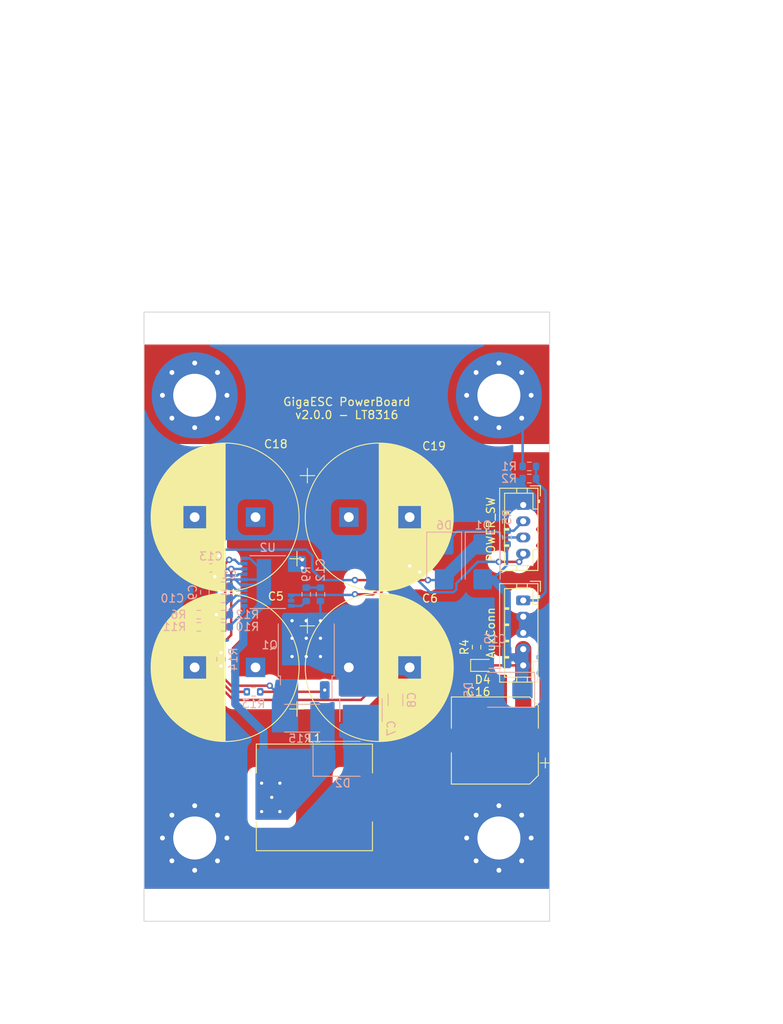
<source format=kicad_pcb>
(kicad_pcb (version 20221018) (generator pcbnew)
  (layers (0 "F.Cu" signal) (31 "B.Cu" signal) (34 "B.Paste" user) (35 "F.Paste" user) (36 "B.SilkS" user "B.Silkscreen") (37 "F.SilkS" user "F.Silkscreen") (38 "B.Mask" user) (39 "F.Mask" user) (44 "Edge.Cuts" user))
  (net 0 "")
  (net 1 "+BATT")
  (net 2 "-BATT")
  (net 3 "+12V")
  (net 4 "Net-(J2-Pin_2)")
  (net 5 "IN_V")
  (net 6 "Net-(J2-Pin_4)")
  (net 7 "Net-(C9-Pad1)")
  (net 8 "Net-(U2-VC)")
  (net 9 "GNDD")
  (net 10 "Net-(C12-Pad2)")
  (net 11 "Net-(U2-SENSE)")
  (net 12 "Net-(D1-K)")
  (net 13 "Net-(Q1-G)")
  (net 14 "Net-(Q1-S)")
  (net 15 "Net-(U2-IREG{slash}SS)")
  (net 16 "Net-(U2-DCM)")
  (net 17 "Net-(U2-FB)")
  (net 18 "Net-(U2-TC)")
  (net 19 "Net-(U2-GATE)")
  (net 20 "Net-(D4-K)")
  (net 21 "Net-(D6-K)")
  (footprint "MountingHole:MountingHole_5.3mm_M5_Pad_Via" (layer "F.Cu") (at 93.75 139.75)
    (fp_text reference "H3" hide)
    (fp_text value "MountingHole_Pad")
    (pad "1" thru_hole circle locked (at -3.975 0) (size 0.9 0.9) (drill 0.6) (layers "*.Cu" "*.Mask") (net 2 "-BATT"))
    (pad "1" thru_hole circle locked (at -2.810749 -2.810749) (size 0.9 0.9) (drill 0.6) (layers "*.Cu" "*.Mask") (net 2 "-BATT"))
    (pad "1" thru_hole circle locked (at -2.810749 2.810749) (size 0.9 0.9) (drill 0.6) (layers "*.Cu" "*.Mask") (net 2 "-BATT"))
    (pad "1" thru_hole circle locked (at 0 -3.975) (size 0.9 0.9) (drill 0.6) (layers "*.Cu" "*.Mask") (net 2 "-BATT"))
    (pad "1" thru_hole circle locked (at 0 0) (size 10.6 10.6) (drill 5.3) (layers "*.Cu" "*.Mask") (net 2 "-BATT"))
    (pad "1" thru_hole circle locked (at 0 3.975) (size 0.9 0.9) (drill 0.6) (layers "*.Cu" "*.Mask") (net 2 "-BATT"))
    (pad "1" thru_hole circle locked (at 2.810749 -2.810749) (size 0.9 0.9) (drill 0.6) (layers "*.Cu" "*.Mask") (net 2 "-BATT"))
    (pad "1" thru_hole circle locked (at 2.810749 2.810749) (size 0.9 0.9) (drill 0.6) (layers "*.Cu" "*.Mask") (net 2 "-BATT"))
    (pad "1" thru_hole circle locked (at 3.975 0) (size 0.9 0.9) (drill 0.6) (layers "*.Cu" "*.Mask") (net 2 "-BATT"))
  )
  (footprint "Capacitor_THT:CP_Radial_D18.0mm_P7.50mm" (layer "F.Cu") (at 63.75 118.75 180)
    (fp_text reference "C5" (at -2.5 8.75) (layer "F.SilkS"))
    (fp_text value "330u 200V")
    (pad "1" thru_hole rect (at 0 0 180) (size 2.4 2.4) (drill 1.2) (layers "*.Cu" "*.Mask") (net 1 "+BATT"))
    (pad "2" thru_hole circle (at 7.5 0 180) (size 2.4 2.4) (drill 1.2) (layers "*.Cu" "*.Mask") (net 2 "-BATT"))
  )
  (footprint "Connector_JST:JST_PH_B5B-PH-K_1x05_P2.00mm_Vertical" (layer "F.Cu") (at 96.75 110.5 -90)
    (fp_text reference "J1" hide)
    (fp_text value "AuxConn" (at 4 4 90) (layer "F.SilkS"))
    (pad "1" thru_hole roundrect (at 0 0 270) (size 1.2 1.75) (drill 0.75) (layers "*.Cu" "*.Mask") (roundrect_rratio 0.208333) (net 5 "IN_V"))
    (pad "2" thru_hole oval (at 2 0 270) (size 1.2 1.75) (drill 0.75) (layers "*.Cu" "*.Mask") (net 2 "-BATT"))
    (pad "3" thru_hole oval (at 4 0 270) (size 1.2 1.75) (drill 0.75) (layers "*.Cu" "*.Mask") (net 2 "-BATT"))
    (pad "4" thru_hole oval (at 6 0 270) (size 1.2 1.75) (drill 0.75) (layers "*.Cu" "*.Mask") (net 3 "+12V"))
    (pad "5" thru_hole oval (at 8 0 270) (size 1.2 1.75) (drill 0.75) (layers "*.Cu" "*.Mask") (net 3 "+12V"))
  )
  (footprint "Capacitor_THT:CP_Radial_D18.0mm_P7.50mm" (layer "F.Cu") (at 75.25 118.75)
    (fp_text reference "C6" (at 10 -8.5) (layer "F.SilkS"))
    (fp_text value "330u 200V")
    (pad "1" thru_hole rect (at 0 0) (size 2.4 2.4) (drill 1.2) (layers "*.Cu" "*.Mask") (net 1 "+BATT"))
    (pad "2" thru_hole circle (at 7.5 0) (size 2.4 2.4) (drill 1.2) (layers "*.Cu" "*.Mask") (net 2 "-BATT"))
  )
  (footprint "Inductor_SMD:L_Chilisin_BMRG00131360" (layer "F.Cu") (at 71 134.75)
    (fp_text reference "L1" (at 0 -7.3) (layer "F.SilkS"))
    (fp_text value "47uH")
    (pad "1" smd rect (at -5.25 0) (size 4 5.5) (layers "F.Cu" "F.Paste" "F.Mask") (net 9 "GNDD"))
    (pad "2" smd rect (at 5.25 0) (size 4 5.5) (layers "F.Cu" "F.Paste" "F.Mask") (net 3 "+12V"))
  )
  (footprint "MountingHole:MountingHole_5.3mm_M5_Pad_Via" (layer "F.Cu") (at 56.25 85.25)
    (fp_text reference "H2" hide)
    (fp_text value "MountingHole_Pad")
    (pad "1" thru_hole circle locked (at -3.975 0) (size 0.9 0.9) (drill 0.6) (layers "*.Cu" "*.Mask") (net 1 "+BATT"))
    (pad "1" thru_hole circle locked (at -2.810749 -2.810749) (size 0.9 0.9) (drill 0.6) (layers "*.Cu" "*.Mask") (net 1 "+BATT"))
    (pad "1" thru_hole circle locked (at -2.810749 2.810749) (size 0.9 0.9) (drill 0.6) (layers "*.Cu" "*.Mask") (net 1 "+BATT"))
    (pad "1" thru_hole circle locked (at 0 -3.975) (size 0.9 0.9) (drill 0.6) (layers "*.Cu" "*.Mask") (net 1 "+BATT"))
    (pad "1" thru_hole circle locked (at 0 0) (size 10.6 10.6) (drill 5.3) (layers "*.Cu" "*.Mask") (net 1 "+BATT"))
    (pad "1" thru_hole circle locked (at 0 3.975) (size 0.9 0.9) (drill 0.6) (layers "*.Cu" "*.Mask") (net 1 "+BATT"))
    (pad "1" thru_hole circle locked (at 2.810749 -2.810749) (size 0.9 0.9) (drill 0.6) (layers "*.Cu" "*.Mask") (net 1 "+BATT"))
    (pad "1" thru_hole circle locked (at 2.810749 2.810749) (size 0.9 0.9) (drill 0.6) (layers "*.Cu" "*.Mask") (net 1 "+BATT"))
    (pad "1" thru_hole circle locked (at 3.975 0) (size 0.9 0.9) (drill 0.6) (layers "*.Cu" "*.Mask") (net 1 "+BATT"))
  )
  (footprint "Resistor_SMD:R_0603_1608Metric" (layer "F.Cu") (at 91 116.25 -90)
    (fp_text reference "R4" (at 0 1.5 90) (layer "F.SilkS"))
    (fp_text value "82k")
    (pad "1" smd roundrect (at -0.825 0 270) (size 0.8 0.95) (layers "F.Cu" "F.Paste" "F.Mask") (net 2 "-BATT"))
    (pad "2" smd roundrect (at 0.825 0 270) (size 0.8 0.95) (layers "F.Cu" "F.Paste" "F.Mask") (net 20 "Net-(D4-K)"))
  )
  (footprint "Connector_JST:JST_PH_B4B-PH-K_1x04_P2.00mm_Vertical" (layer "F.Cu") (at 96.75 98.75 -90)
    (fp_text reference "J2" hide)
    (fp_text value "POWER_SW" (at 3 4 90) (layer "F.SilkS"))
    (pad "1" thru_hole roundrect (at 0 0 270) (size 1.2 1.75) (drill 0.75) (layers "*.Cu" "*.Mask") (roundrect_rratio 0.208333) (net 2 "-BATT"))
    (pad "2" thru_hole oval (at 2 0 270) (size 1.2 1.75) (drill 0.75) (layers "*.Cu" "*.Mask") (net 4 "Net-(J2-Pin_2)"))
    (pad "3" thru_hole oval (at 4 0 270) (size 1.2 1.75) (drill 0.75) (layers "*.Cu" "*.Mask") (net 21 "Net-(D6-K)"))
    (pad "4" thru_hole oval (at 6 0 270) (size 1.2 1.75) (drill 0.75) (layers "*.Cu" "*.Mask") (net 6 "Net-(J2-Pin_4)"))
  )
  (footprint "MountingHole:MountingHole_5.3mm_M5_Pad_Via" (layer "F.Cu") (at 93.75 85.25)
    (fp_text reference "H4" hide)
    (fp_text value "MountingHole_Pad")
    (pad "1" thru_hole circle locked (at -3.975 0) (size 0.9 0.9) (drill 0.6) (layers "*.Cu" "*.Mask") (net 1 "+BATT"))
    (pad "1" thru_hole circle locked (at -2.810749 -2.810749) (size 0.9 0.9) (drill 0.6) (layers "*.Cu" "*.Mask") (net 1 "+BATT"))
    (pad "1" thru_hole circle locked (at -2.810749 2.810749) (size 0.9 0.9) (drill 0.6) (layers "*.Cu" "*.Mask") (net 1 "+BATT"))
    (pad "1" thru_hole circle locked (at 0 -3.975) (size 0.9 0.9) (drill 0.6) (layers "*.Cu" "*.Mask") (net 1 "+BATT"))
    (pad "1" thru_hole circle locked (at 0 0) (size 10.6 10.6) (drill 5.3) (layers "*.Cu" "*.Mask") (net 1 "+BATT"))
    (pad "1" thru_hole circle locked (at 0 3.975) (size 0.9 0.9) (drill 0.6) (layers "*.Cu" "*.Mask") (net 1 "+BATT"))
    (pad "1" thru_hole circle locked (at 2.810749 -2.810749) (size 0.9 0.9) (drill 0.6) (layers "*.Cu" "*.Mask") (net 1 "+BATT"))
    (pad "1" thru_hole circle locked (at 2.810749 2.810749) (size 0.9 0.9) (drill 0.6) (layers "*.Cu" "*.Mask") (net 1 "+BATT"))
    (pad "1" thru_hole circle locked (at 3.975 0) (size 0.9 0.9) (drill 0.6) (layers "*.Cu" "*.Mask") (net 1 "+BATT"))
  )
  (footprint "Diode_SMD:D_0603_1608Metric" (layer "F.Cu") (at 91.75 118.5)
    (fp_text reference "D4" (at 0 1.75) (layer "F.SilkS"))
    (fp_text value "RUN")
    (pad "1" smd roundrect (at -0.7875 0) (size 0.875 0.95) (layers "F.Cu" "F.Paste" "F.Mask") (net 20 "Net-(D4-K)"))
    (pad "2" smd roundrect (at 0.7875 0) (size 0.875 0.95) (layers "F.Cu" "F.Paste" "F.Mask") (net 3 "+12V"))
  )
  (footprint "Capacitor_SMD:CP_Elec_10x10.5" (layer "F.Cu") (at 93.25 127.75 180)
    (fp_text reference "C16" (at 2 6) (layer "F.SilkS"))
    (fp_text value "470u 25V")
    (pad "1" smd roundrect (at -4.2 0 180) (size 4.4 2.5) (layers "F.Cu" "F.Paste" "F.Mask") (roundrect_rratio 0.1) (net 3 "+12V"))
    (pad "2" smd roundrect (at 4.2 0 180) (size 4.4 2.5) (layers "F.Cu" "F.Paste" "F.Mask") (roundrect_rratio 0.1) (net 2 "-BATT"))
  )
  (footprint "Capacitor_THT:CP_Radial_D18.0mm_P7.50mm" (layer "F.Cu") (at 75.25 100.25)
    (fp_text reference "C19" (at 10.5 -8.75) (layer "F.SilkS"))
    (fp_text value "330u 200V")
    (pad "1" thru_hole rect (at 0 0) (size 2.4 2.4) (drill 1.2) (layers "*.Cu" "*.Mask") (net 1 "+BATT"))
    (pad "2" thru_hole circle (at 7.5 0) (size 2.4 2.4) (drill 1.2) (layers "*.Cu" "*.Mask") (net 2 "-BATT"))
  )
  (footprint "Capacitor_THT:CP_Radial_D18.0mm_P7.50mm" (layer "F.Cu") (at 63.75 100.25 180)
    (fp_text reference "C18" (at -2.5 9) (layer "F.SilkS"))
    (fp_text value "330u 200V")
    (pad "1" thru_hole rect (at 0 0 180) (size 2.4 2.4) (drill 1.2) (layers "*.Cu" "*.Mask") (net 1 "+BATT"))
    (pad "2" thru_hole circle (at 7.5 0 180) (size 2.4 2.4) (drill 1.2) (layers "*.Cu" "*.Mask") (net 2 "-BATT"))
  )
  (footprint "MountingHole:MountingHole_5.3mm_M5_Pad_Via" (layer "F.Cu") (at 56.25 139.75)
    (fp_text reference "H1" hide)
    (fp_text value "MountingHole_Pad")
    (pad "1" thru_hole circle locked (at -3.975 0) (size 0.9 0.9) (drill 0.6) (layers "*.Cu" "*.Mask") (net 2 "-BATT"))
    (pad "1" thru_hole circle locked (at -2.810749 -2.810749) (size 0.9 0.9) (drill 0.6) (layers "*.Cu" "*.Mask") (net 2 "-BATT"))
    (pad "1" thru_hole circle locked (at -2.810749 2.810749) (size 0.9 0.9) (drill 0.6) (layers "*.Cu" "*.Mask") (net 2 "-BATT"))
    (pad "1" thru_hole circle locked (at 0 -3.975) (size 0.9 0.9) (drill 0.6) (layers "*.Cu" "*.Mask") (net 2 "-BATT"))
    (pad "1" thru_hole circle locked (at 0 0) (size 10.6 10.6) (drill 5.3) (layers "*.Cu" "*.Mask") (net 2 "-BATT"))
    (pad "1" thru_hole circle locked (at 0 3.975) (size 0.9 0.9) (drill 0.6) (layers "*.Cu" "*.Mask") (net 2 "-BATT"))
    (pad "1" thru_hole circle locked (at 2.810749 -2.810749) (size 0.9 0.9) (drill 0.6) (layers "*.Cu" "*.Mask") (net 2 "-BATT"))
    (pad "1" thru_hole circle locked (at 2.810749 2.810749) (size 0.9 0.9) (drill 0.6) (layers "*.Cu" "*.Mask") (net 2 "-BATT"))
    (pad "1" thru_hole circle locked (at 3.975 0) (size 0.9 0.9) (drill 0.6) (layers "*.Cu" "*.Mask") (net 2 "-BATT"))
  )
  (footprint "Capacitor_SMD:C_0603_1608Metric" (layer "B.Cu") (at 58.25 106.5 180)
    (fp_text reference "C13" (at 0 1.43) (layer "B.SilkS") (effects (justify mirror)))
    (fp_text value "1n")
    (pad "1" smd roundrect (at -0.775 0 180) (size 0.9 0.95) (layers "B.Cu" "B.Paste" "B.Mask") (net 11 "Net-(U2-SENSE)"))
    (pad "2" smd roundrect (at 0.775 0 180) (size 0.9 0.95) (layers "B.Cu" "B.Paste" "B.Mask") (net 9 "GNDD"))
  )
  (footprint "GigaVescLibs:C_0603_1608Metric_L" (layer "B.Cu") (at 59.75 110.25 180)
    (fp_text reference "C10" (at 6.25 0) (layer "B.SilkS") (effects (justify mirror)))
    (fp_text value "47p")
    (pad "1" smd roundrect (at -0.825 0 180) (size 0.8 0.95) (layers "B.Cu" "B.Paste" "B.Mask") (net 8 "Net-(U2-VC)"))
    (pad "2" smd roundrect (at 0.825 0 180) (size 0.8 0.95) (layers "B.Cu" "B.Paste" "B.Mask") (net 9 "GNDD"))
  )
  (footprint "Resistor_SMD:R_0603_1608Metric" (layer "B.Cu") (at 70 109.75 -90)
    (fp_text reference "R9" (at -2.5 0 90) (layer "B.SilkS") (effects (justify mirror)))
    (fp_text value "10k")
    (pad "1" smd roundrect (at -0.825 0 270) (size 0.8 0.95) (layers "B.Cu" "B.Paste" "B.Mask") (net 10 "Net-(C12-Pad2)"))
    (pad "2" smd roundrect (at 0.825 0 270) (size 0.8 0.95) (layers "B.Cu" "B.Paste" "B.Mask") (net 16 "Net-(U2-DCM)"))
  )
  (footprint "Resistor_SMD:R_0603_1608Metric" (layer "B.Cu") (at 59.5 117.75 -90)
    (fp_text reference "R14" (at 0 -1.5 90) (layer "B.SilkS") (effects (justify mirror)))
    (fp_text value "100")
    (pad "1" smd roundrect (at -0.825 0 270) (size 0.8 0.95) (layers "B.Cu" "B.Paste" "B.Mask") (net 11 "Net-(U2-SENSE)"))
    (pad "2" smd roundrect (at 0.825 0 270) (size 0.8 0.95) (layers "B.Cu" "B.Paste" "B.Mask") (net 14 "Net-(Q1-S)"))
  )
  (footprint "Capacitor_SMD:C_1206_3216Metric" (layer "B.Cu") (at 81 122.75 -90)
    (fp_text reference "C8" (at 0 -2 90) (layer "B.SilkS") (effects (justify mirror)))
    (fp_text value "100n 200V")
    (pad "1" smd roundrect (at -1.475 0 270) (size 1.15 1.8) (layers "B.Cu" "B.Paste" "B.Mask") (roundrect_rratio 0.2173913043) (net 1 "+BATT"))
    (pad "2" smd roundrect (at 1.475 0 270) (size 1.15 1.8) (layers "B.Cu" "B.Paste" "B.Mask") (roundrect_rratio 0.2173913043) (net 2 "-BATT"))
  )
  (footprint "Resistor_SMD:R_2512_6332Metric" (layer "B.Cu") (at 69.5 125 180)
    (fp_text reference "R15" (at 0.25 -2.5) (layer "B.SilkS") (effects (justify mirror)))
    (fp_text value "0.05")
    (pad "1" smd roundrect (at -2.9625 0 180) (size 1.225 3.35) (layers "B.Cu" "B.Paste" "B.Mask") (roundrect_rratio 0.2040816327) (net 9 "GNDD"))
    (pad "2" smd roundrect (at 2.9625 0 180) (size 1.225 3.35) (layers "B.Cu" "B.Paste" "B.Mask") (roundrect_rratio 0.2040816327) (net 14 "Net-(Q1-S)"))
  )
  (footprint "Resistor_SMD:R_0603_1608Metric" (layer "B.Cu") (at 59.75 113.75)
    (fp_text reference "R10" (at 3 0 180) (layer "B.SilkS") (effects (justify mirror)))
    (fp_text value "120k")
    (pad "1" smd roundrect (at -0.825 0) (size 0.8 0.95) (layers "B.Cu" "B.Paste" "B.Mask") (net 17 "Net-(U2-FB)"))
    (pad "2" smd roundrect (at 0.825 0) (size 0.8 0.95) (layers "B.Cu" "B.Paste" "B.Mask") (net 18 "Net-(U2-TC)"))
  )
  (footprint "Resistor_SMD:R_0603_1608Metric" (layer "B.Cu") (at 56.75 112.25 180)
    (fp_text reference "R6" (at 2.5 0) (layer "B.SilkS") (effects (justify mirror)))
    (fp_text value "10k")
    (pad "1" smd roundrect (at -0.825 0 180) (size 0.8 0.95) (layers "B.Cu" "B.Paste" "B.Mask") (net 8 "Net-(U2-VC)"))
    (pad "2" smd roundrect (at 0.825 0 180) (size 0.8 0.95) (layers "B.Cu" "B.Paste" "B.Mask") (net 7 "Net-(C9-Pad1)"))
  )
  (footprint "GigaVescLibs:C_0603_1608Metric_L" (layer "B.Cu") (at 57.5 109.5 90)
    (fp_text reference "C9" (at 0 -1.5 270) (layer "B.SilkS") (effects (justify mirror)))
    (fp_text value "100n")
    (pad "1" smd roundrect (at -0.825 0 90) (size 0.8 0.95) (layers "B.Cu" "B.Paste" "B.Mask") (net 7 "Net-(C9-Pad1)"))
    (pad "2" smd roundrect (at 0.825 0 90) (size 0.8 0.95) (layers "B.Cu" "B.Paste" "B.Mask") (net 9 "GNDD"))
  )
  (footprint "Diode_SMD:D_SMB" (layer "B.Cu") (at 87 105.75 -90)
    (fp_text reference "D6" (at -4.5 0 -180) (layer "B.SilkS") (effects (justify mirror)))
    (fp_text value "SS520BF")
    (pad "1" smd roundrect (at -2.15 0 270) (size 2.5 2.3) (layers "B.Cu" "B.Paste" "B.Mask") (roundrect_rratio 0.1086956522) (net 21 "Net-(D6-K)"))
    (pad "2" smd roundrect (at 2.15 0 270) (size 2.5 2.3) (layers "B.Cu" "B.Paste" "B.Mask") (roundrect_rratio 0.1086956522) (net 12 "Net-(D1-K)"))
  )
  (footprint "Resistor_SMD:R_0603_1608Metric" (layer "B.Cu") (at 63.5 121.75)
    (fp_text reference "R13" (at 0 1.5) (layer "B.SilkS") (effects (justify mirror)))
    (fp_text value "20")
    (pad "1" smd roundrect (at -0.825 0) (size 0.8 0.95) (layers "B.Cu" "B.Paste" "B.Mask") (net 19 "Net-(U2-GATE)"))
    (pad "2" smd roundrect (at 0.825 0) (size 0.8 0.95) (layers "B.Cu" "B.Paste" "B.Mask") (net 13 "Net-(Q1-G)"))
  )
  (footprint "Resistor_SMD:R_0603_1608Metric" (layer "B.Cu") (at 97.5 94)
    (fp_text reference "R1" (at -2.5 0 180) (layer "B.SilkS") (effects (justify mirror)))
    (fp_text value "150k")
    (pad "1" smd roundrect (at -0.825 0) (size 0.8 0.95) (layers "B.Cu" "B.Paste" "B.Mask") (net 1 "+BATT"))
    (pad "2" smd roundrect (at 0.825 0) (size 0.8 0.95) (layers "B.Cu" "B.Paste" "B.Mask") (net 5 "IN_V"))
  )
  (footprint "Resistor_SMD:R_0603_1608Metric" (layer "B.Cu") (at 97.5 95.5 180)
    (fp_text reference "R2" (at 2.5 0) (layer "B.SilkS") (effects (justify mirror)))
    (fp_text value "2.7k")
    (pad "1" smd roundrect (at -0.825 0 180) (size 0.8 0.95) (layers "B.Cu" "B.Paste" "B.Mask") (net 5 "IN_V"))
    (pad "2" smd roundrect (at 0.825 0 180) (size 0.8 0.95) (layers "B.Cu" "B.Paste" "B.Mask") (net 2 "-BATT"))
  )
  (footprint "Resistor_SMD:R_0603_1608Metric" (layer "B.Cu") (at 59.75 112.25)
    (fp_text reference "R12" (at 3 0 180) (layer "B.SilkS") (effects (justify mirror)))
    (fp_text value "56k")
    (pad "1" smd roundrect (at -0.825 0) (size 0.8 0.95) (layers "B.Cu" "B.Paste" "B.Mask") (net 12 "Net-(D1-K)"))
    (pad "2" smd roundrect (at 0.825 0) (size 0.8 0.95) (layers "B.Cu" "B.Paste" "B.Mask") (net 17 "Net-(U2-FB)"))
  )
  (footprint "GigaVescLibs:IC_LT8316EFE#PBF" (layer "B.Cu") (at 65.25 108.25 180)
    (fp_text reference "U2" (at 0 4.25) (layer "B.SilkS") (effects (justify mirror)))
    (fp_text value "LT8316EFE#PBF")
    (pad "1" smd rect (at -2.9 2.925 180) (size 0.8 0.45) (layers "B.Cu" "B.Paste" "B.Mask") (net 1 "+BATT"))
    (pad "2" smd rect (at -2.9 2.275 180) (size 0.8 0.45) (layers "B.Cu" "B.Paste" "B.Mask") (net 1 "+BATT"))
    (pad "3" smd rect (at -2.9 1.625 180) (size 0.8 0.45) (layers "B.Cu" "B.Paste" "B.Mask") (net 1 "+BATT"))
    (pad "8" smd rect (at -2.9 -1.625 180) (size 0.8 0.45) (layers "B.Cu" "B.Paste" "B.Mask") (net 21 "Net-(D6-K)"))
    (pad "9" smd rect (at -2.9 -2.275 180) (size 0.8 0.45) (layers "B.Cu" "B.Paste" "B.Mask") (net 21 "Net-(D6-K)"))
    (pad "10" smd rect (at -2.9 -2.925 180) (size 0.8 0.45) (layers "B.Cu" "B.Paste" "B.Mask") (net 16 "Net-(U2-DCM)"))
    (pad "11" smd rect (at 2.9 -2.925 180) (size 0.8 0.45) (layers "B.Cu" "B.Paste" "B.Mask") (net 18 "Net-(U2-TC)"))
    (pad "12" smd rect (at 2.9 -2.275 180) (size 0.8 0.45) (layers "B.Cu" "B.Paste" "B.Mask") (net 17 "Net-(U2-FB)"))
    (pad "13" smd rect (at 2.9 -1.625 180) (size 0.8 0.45) (layers "B.Cu" "B.Paste" "B.Mask") (net 8 "Net-(U2-VC)"))
    (pad "14" smd rect (at 2.9 -0.975 180) (size 0.8 0.45) (layers "B.Cu" "B.Paste" "B.Mask") (net 15 "Net-(U2-IREG{slash}SS)"))
    (pad "15" smd rect (at 2.9 -0.325 180) (size 0.8 0.45) (layers "B.Cu" "B.Paste" "B.Mask") (net 9 "GNDD"))
    (pad "16" smd rect (at 2.9 0.325 180) (size 0.8 0.45) (layers "B.Cu" "B.Paste" "B.Mask") (net 9 "GNDD"))
    (pad "17" smd rect (at 2.9 0.975 180) (size 0.8 0.45) (layers "B.Cu" "B.Paste" "B.Mask") (net 6 "Net-(J2-Pin_4)"))
    (pad "18" smd rect (at 2.9 1.625 180) (size 0.8 0.45) (layers "B.Cu" "B.Paste" "B.Mask") (net 11 "Net-(U2-SENSE)"))
    (pad "19" smd rect (at 2.9 2.275 180) (size 0.8 0.45) (layers "B.Cu" "B.Paste" "B.Mask") (net 19 "Net-(U2-GATE)"))
    (pad "20" smd rect (at 2.9 2.925 180) (size 0.8 0.45) (layers "B.Cu" "B.Paste" "B.Mask") (net 9 "GNDD"))
    (pad "21" smd rect (at 0.47 0 180) (size 1.78 5.68) (layers "B.Cu" "B.Mask") (net 9 "GNDD"))
  )
  (footprint "Capacitor_SMD:C_1210_3225Metric" (layer "B.Cu") (at 93.25 117.5 180)
    (fp_text reference "C15" (at 0 2.25) (layer "B.SilkS") (effects (justify mirror)))
    (fp_text value "47u 16V")
    (pad "1" smd roundrect (at -1.475 0 180) (size 1.15 2.7) (layers "B.Cu" "B.Paste" "B.Mask") (roundrect_rratio 0.2173913043) (net 3 "+12V"))
    (pad "2" smd roundrect (at 1.475 0 180) (size 1.15 2.7) (layers "B.Cu" "B.Paste" "B.Mask") (roundrect_rratio 0.2173913043) (net 2 "-BATT"))
  )
  (footprint "Resistor_SMD:R_0603_1608Metric" (layer "B.Cu") (at 94.75 102.75 -90)
    (fp_text reference "R5" (at -2.5 0 90) (layer "B.SilkS") (effects (justify mirror)))
    (fp_text value "10k")
    (pad "1" smd roundrect (at -0.825 0 270) (size 0.8 0.95) (layers "B.Cu" "B.Paste" "B.Mask") (net 4 "Net-(J2-Pin_2)"))
    (pad "2" smd roundrect (at 0.825 0 270) (size 0.8 0.95) (layers "B.Cu" "B.Paste" "B.Mask") (net 3 "+12V"))
  )
  (footprint "Diode_SMD:D_SMB" (layer "B.Cu") (at 91.75 105.75 -90)
    (fp_text reference "D1" (at -4.5 0 -180) (layer "B.SilkS") (effects (justify mirror)))
    (fp_text value "SS520BF")
    (pad "1" smd roundrect (at -2.15 0 270) (size 2.5 2.3) (layers "B.Cu" "B.Paste" "B.Mask") (roundrect_rratio 0.1086956522) (net 12 "Net-(D1-K)"))
    (pad "2" smd roundrect (at 2.15 0 270) (size 2.5 2.3) (layers "B.Cu" "B.Paste" "B.Mask") (roundrect_rratio 0.1086956522) (net 3 "+12V"))
  )
  (footprint "Resistor_SMD:R_0603_1608Metric" (layer "B.Cu") (at 56.75 113.75 180)
    (fp_text reference "R11" (at 3 0) (layer "B.SilkS") (effects (justify mirror)))
    (fp_text value "6.2k")
    (pad "1" smd roundrect (at -0.825 0 180) (size 0.8 0.95) (layers "B.Cu" "B.Paste" "B.Mask") (net 17 "Net-(U2-FB)"))
    (pad "2" smd roundrect (at 0.825 0 180) (size 0.8 0.95) (layers "B.Cu" "B.Paste" "B.Mask") (net 9 "GNDD"))
  )
  (footprint "Diode_SMD:D_SMB" (layer "B.Cu") (at 94.5 121.5 180)
    (fp_text reference "D5" (at 4.5 0 90) (layer "B.SilkS") (effects (justify mirror)))
    (fp_text value "3SMB5928B")
    (pad "1" smd roundrect (at -2.15 0 180) (size 2.5 2.3) (layers "B.Cu" "B.Paste" "B.Mask") (roundrect_rratio 0.1086956522) (net 3 "+12V"))
    (pad "2" smd roundrect (at 2.15 0 180) (size 2.5 2.3) (layers "B.Cu" "B.Paste" "B.Mask") (roundrect_rratio 0.1086956522) (net 2 "-BATT"))
  )
  (footprint "GigaVescLibs:C_0603_1608Metric_L" (layer "B.Cu") (at 71.75 109.75 90)
    (fp_text reference "C12" (at 3 0 90) (layer "B.SilkS") (effects (justify mirror)))
    (fp_text value "47p")
    (pad "1" smd roundrect (at -0.825 0 90) (size 0.8 0.95) (layers "B.Cu" "B.Paste" "B.Mask") (net 1 "+BATT"))
    (pad "2" smd roundrect (at 0.825 0 90) (size 0.8 0.95) (layers "B.Cu" "B.Paste" "B.Mask") (net 10 "Net-(C12-Pad2)"))
  )
  (footprint "Capacitor_SMD:C_2220_5650Metric" (layer "B.Cu") (at 76.75 124 -90)
    (fp_text reference "C7" (at 2.25 -3.75 90) (layer "B.SilkS") (effects (justify mirror)))
    (fp_text value "1u 200V")
    (pad "1" smd roundrect (at -2.55 0 270) (size 1.8 5.4) (layers "B.Cu" "B.Paste" "B.Mask") (roundrect_rratio 0.1388888889) (net 1 "+BATT"))
    (pad "2" smd roundrect (at 2.55 0 270) (size 1.8 5.4) (layers "B.Cu" "B.Paste" "B.Mask") (roundrect_rratio 0.1388888889) (net 2 "-BATT"))
  )
  (footprint "Diode_SMD:D_SMB" (layer "B.Cu") (at 74.5 130)
    (fp_text reference "D2" (at 0 3) (layer "B.SilkS") (effects (justify mirror)))
    (fp_text value "SS520BF")
    (pad "1" smd roundrect (at -2.15 0) (size 2.5 2.3) (layers "B.Cu" "B.Paste" "B.Mask") (roundrect_rratio 0.1086956522) (net 9 "GNDD"))
    (pad "2" smd roundrect (at 2.15 0) (size 2.5 2.3) (layers "B.Cu" "B.Paste" "B.Mask") (roundrect_rratio 0.1086956522) (net 2 "-BATT"))
  )
  (footprint "GigaVescLibs:C_0603_1608Metric_L" (layer "B.Cu") (at 59.75 108.75 180)
    (fp_text reference "C1" (at -0.75 1.43) (layer "B.SilkS") (effects (justify mirror)))
    (fp_text value "100n")
    (pad "1" smd roundrect (at -0.825 0 180) (size 0.8 0.95) (layers "B.Cu" "B.Paste" "B.Mask") (net 15 "Net-(U2-IREG{slash}SS)"))
    (pad "2" smd roundrect (at 0.825 0 180) (size 0.8 0.95) (layers "B.Cu" "B.Paste" "B.Mask") (net 9 "GNDD"))
  )
  (footprint "Package_TO_SOT_SMD:TO-252-2" (layer "B.Cu") (at 70 116.5 90)
    (fp_text reference "Q1" (at 0.5 -4.5 180) (layer "B.SilkS") (effects (justify mirror)))
    (fp_text value "STD11N65M2")
    (pad "1" smd roundrect (at -5.04 2.28 90) (size 2.2 1.2) (layers "B.Cu" "B.Paste" "B.Mask") (roundrect_rratio 0.2083333333) (net 13 "Net-(Q1-G)"))
    (pad "2" smd roundrect (at -0.415 -1.525 90) (size 3.05 2.75) (layers "B.Cu" "B.Paste") (roundrect_rratio 0.09090909091) (net 1 "+BATT"))
    (pad "2" smd roundrect (at -0.415 1.525 90) (size 3.05 2.75) (layers "B.Cu" "B.Paste") (roundrect_rratio 0.09090909091) (net 1 "+BATT"))
    (pad "2" smd roundrect (at 1.26 0 90) (size 6.4 5.8) (layers "B.Cu" "B.Mask") (roundrect_rratio 0.04310293103) (net 1 "+BATT"))
    (pad "2" smd roundrect (at 2.935 -1.525 90) (size 3.05 2.75) (layers "B.Cu" "B.Paste") (roundrect_rratio 0.09090909091) (net 1 "+BATT"))
    (pad "2" smd roundrect (at 2.935 1.525 90) (size 3.05 2.75) (layers "B.Cu" "B.Paste") (roundrect_rratio 0.09090909091) (net 1 "+BATT"))
    (pad "3" smd roundrect (at -5.04 -2.28 90) (size 2.2 1.2) (layers "B.Cu" "B.Paste" "B.Mask") (roundrect_rratio 0.2083333333) (net 14 "Net-(Q1-S)"))
  )
  (gr_rect (start 50 75) (end 100 150) (stroke (width 0.1)) (fill none) (layer "Edge.Cuts"))
  (gr_text "GigaESC PowerBoard\nv2.0.0 - LT8316" (at 75 88.25) (layer "F.SilkS") (effects (font (size 1 1)) (justify bottom)))
  (segment (start 91 88.5) (end 92.325 89.825) (width 0.3) (layer "F.Cu") (net 1))
  (via (at 68.25 117.41) (size 0.8) (drill 0.4) (layers "F.Cu" "B.Cu") (net 1))
  (via (at 71.75 115.16) (size 0.8) (drill 0.4) (layers "F.Cu" "B.Cu") (net 1))
  (via (at 70 113) (size 0.8) (drill 0.4) (layers "F.Cu" "B.Cu") (net 1))
  (via (at 70 117.41) (size 0.8) (drill 0.4) (layers "F.Cu" "B.Cu") (net 1))
  (via (at 68.25 113) (size 0.8) (drill 0.4) (layers "F.Cu" "B.Cu") (net 1))
  (via (at 70 115.16) (size 0.8) (drill 0.4) (layers "F.Cu" "B.Cu") (net 1))
  (via (at 69.5 106.5) (size 0.8) (drill 0.4) (layers "F.Cu" "B.Cu") (net 1))
  (via (at 71.75 117.41) (size 0.8) (drill 0.4) (layers "F.Cu" "B.Cu") (net 1))
  (via (at 71.75 113) (size 0.8) (drill 0.4) (layers "F.Cu" "B.Cu") (net 1))
  (via (at 69.5 105.5) (size 0.8) (drill 0.4) (layers "F.Cu" "B.Cu") (net 1))
  (via (at 68.25 115.16) (size 0.8) (drill 0.4) (layers "F.Cu" "B.Cu") (net 1))
  (segment (start 96.675 94) (end 96.675 88.175) (width 0.3) (layer "B.Cu") (net 1))
  (segment (start 71.75 113.34) (end 71.525 113.565) (width 0.3) (layer "B.Cu") (net 1))
  (segment (start 71.75 115.5) (end 71.525 115.725) (width 0.3) (layer "B.Cu") (net 1))
  (segment (start 96.675 88.175) (end 93.75 85.25) (width 0.3) (layer "B.Cu") (net 1))
  (segment (start 71.75 110.575) (end 71.75 113) (width 0.3) (layer "B.Cu") (net 1))
  (segment (start 81 121.275) (end 76.925 121.275) (width 1) (layer "B.Cu") (net 1))
  (segment (start 71.75 115.16) (end 71.75 115.5) (width 0.3) (layer "B.Cu") (net 1))
  (segment (start 71.75 117.41) (end 71.75 117.75) (width 0.3) (layer "B.Cu") (net 1))
  (segment (start 71.75 113) (end 71.75 113.34) (width 0.3) (layer "B.Cu") (net 1))
  (segment (start 71.75 117.75) (end 71.525 117.975) (width 0.3) (layer "B.Cu") (net 1))
  (segment (start 76.925 121.275) (end 76.75 121.45) (width 1) (layer "B.Cu") (net 1))
  (segment (start 96.675 98.675) (end 96.75 98.75) (width 0.3) (layer "B.Cu") (net 2))
  (segment (start 96.675 95.5) (end 96.675 98.675) (width 0.3) (layer "B.Cu") (net 2))
  (segment (start 76.25 134.75) (end 79.75 131.25) (width 2) (layer "F.Cu") (net 3))
  (segment (start 96.75 116.5) (end 96.75 127.05) (width 2) (layer "F.Cu") (net 3))
  (segment (start 79.75 131.25) (end 93.95 131.25) (width 2) (layer "F.Cu") (net 3))
  (segment (start 96.75 127.05) (end 97.45 127.75) (width 2) (layer "F.Cu") (net 3))
  (segment (start 93.95 131.25) (end 97.45 127.75) (width 2) (layer "F.Cu") (net 3))
  (segment (start 92.5375 118.5) (end 96.75 118.5) (width 0.3) (layer "F.Cu") (net 3))
  (segment (start 94.75 106.15) (end 94.75 103.575) (width 0.3) (layer "B.Cu") (net 3))
  (segment (start 94.725 109.625) (end 93 107.9) (width 1) (layer "B.Cu") (net 3))
  (segment (start 94.725 117.5) (end 95.75 117.5) (width 1) (layer "B.Cu") (net 3))
  (segment (start 95.75 117.5) (end 96.75 118.5) (width 1) (layer "B.Cu") (net 3))
  (segment (start 94.725 117.5) (end 94.725 109.625) (width 1) (layer "B.Cu") (net 3))
  (segment (start 96.65 121.5) (end 96.65 116.6) (width 1.5) (layer "B.Cu") (net 3))
  (segment (start 96.65 116.6) (end 96.75 116.5) (width 1.5) (layer "B.Cu") (net 3))
  (segment (start 93 107.9) (end 94.75 106.15) (width 0.3) (layer "B.Cu") (net 3))
  (segment (start 95.575 101.925) (end 96.75 100.75) (width 0.3) (layer "B.Cu") (net 4))
  (segment (start 94.75 101.925) (end 95.575 101.925) (width 0.3) (layer "B.Cu") (net 4))
  (segment (start 98.325 94) (end 98.325 95.5) (width 0.3) (layer "B.Cu") (net 5))
  (segment (start 98.325 95.825) (end 99.5 97) (width 0.3) (layer "B.Cu") (net 5))
  (segment (start 98.325 95.5) (end 98.325 95.825) (width 0.3) (layer "B.Cu") (net 5))
  (segment (start 98.5 110.5) (end 96.75 110.5) (width 0.3) (layer "B.Cu") (net 5))
  (segment (start 99.5 97) (end 99.5 109.5) (width 0.3) (layer "B.Cu") (net 5))
  (segment (start 99.5 109.5) (end 98.5 110.5) (width 0.3) (layer "B.Cu") (net 5))
  (segment (start 79.292894 108) (end 81.042394 106.2505) (width 0.3) (layer "F.Cu") (net 6))
  (segment (start 96.25 105.75) (end 93.75 105.75) (width 0.3) (layer "F.Cu") (net 6))
  (segment (start 81.042394 106.2505) (end 82.75 106.2505) (width 0.3) (layer "F.Cu") (net 6))
  (segment (start 76 108) (end 79.292894 108) (width 0.3) (layer "F.Cu") (net 6))
  (segment (start 59.25 107.06783) (end 58.745155 107.572675) (width 0.3) (layer "F.Cu") (net 6))
  (segment (start 59.25 105) (end 59.25 107.06783) (width 0.3) (layer "F.Cu") (net 6))
  (via (at 76 108) (size 0.8) (drill 0.4) (layers "F.Cu" "B.Cu") (net 6))
  (via (at 93.75 105.75) (size 0.8) (drill 0.4) (layers "F.Cu" "B.Cu") (net 6))
  (via (at 82.75 106.2505) (size 0.8) (drill 0.4) (layers "F.Cu" "B.Cu") (net 6))
  (via (at 58.745155 107.572675) (size 0.8) (drill 0.4) (layers "F.Cu" "B.Cu") (net 6))
  (via (at 96.25 105.75) (size 0.8) (drill 0.4) (layers "F.Cu" "B.Cu") (net 6))
  (via (at 59.25 105) (size 0.8) (drill 0.4) (layers "F.Cu" "B.Cu") (net 6))
  (segment (start 85.25 109.5) (end 82.75 107) (width 0.3) (layer "B.Cu") (net 6))
  (segment (start 96.75 105.25) (end 96.25 105.75) (width 0.3) (layer "B.Cu") (net 6))
  (segment (start 96.75 104.75) (end 96.75 105.25) (width 0.3) (layer "B.Cu") (net 6))
  (segment (start 91.151472 105.75) (end 88.5 108.401472) (width 0.3) (layer "B.Cu") (net 6))
  (segment (start 88.148528 109.5) (end 85.25 109.5) (width 0.3) (layer "B.Cu") (net 6))
  (segment (start 76 108) (end 72 108) (width 0.3) (layer "B.Cu") (net 6))
  (segment (start 70.75 105) (end 70 104.25) (width 0.3) (layer "B.Cu") (net 6))
  (segment (start 61.5 107.425) (end 61.65 107.275) (width 0.3) (layer "B.Cu") (net 6))
  (segment (start 60 104.25) (end 59.25 105) (width 0.3) (layer "B.Cu") (net 6))
  (segment (start 61.65 107.275) (end 62.35 107.275) (width 0.3) (layer "B.Cu") (net 6))
  (segment (start 88.5 108.401472) (end 88.5 109.148528) (width 0.3) (layer "B.Cu") (net 6))
  (segment (start 58.89283 107.425) (end 61.5 107.425) (width 0.3) (layer "B.Cu") (net 6))
  (segment (start 70.75 106.75) (end 70.75 105) (width 0.3) (layer "B.Cu") (net 6))
  (segment (start 70 104.25) (end 60 104.25) (width 0.3) (layer "B.Cu") (net 6))
  (segment (start 82.75 107) (end 82.75 106.2505) (width 0.3) (layer "B.Cu") (net 6))
  (segment (start 58.745155 107.572675) (end 58.89283 107.425) (width 0.3) (layer "B.Cu") (net 6))
  (segment (start 72 108) (end 70.75 106.75) (width 0.3) (layer "B.Cu") (net 6))
  (segment (start 93.75 105.75) (end 91.151472 105.75) (width 0.3) (layer "B.Cu") (net 6))
  (segment (start 88.5 109.148528) (end 88.148528 109.5) (width 0.3) (layer "B.Cu") (net 6))
  (segment (start 55.925 111.325) (end 55.925 112.25) (width 0.3) (layer "B.Cu") (net 7))
  (segment (start 57.5 110.325) (end 56.925 110.325) (width 0.3) (layer "B.Cu") (net 7))
  (segment (start 56.925 110.325) (end 55.925 111.325) (width 0.3) (layer "B.Cu") (net 7))
  (segment (start 61.375 109.875) (end 61 110.25) (width 0.3) (layer "B.Cu") (net 8))
  (segment (start 57.575 112.25) (end 57.672183 112.25) (width 0.3) (layer "B.Cu") (net 8))
  (segment (start 59.7875 111.25) (end 60.575 110.4625) (width 0.3) (layer "B.Cu") (net 8))
  (segment (start 57.672183 112.25) (end 58.672183 111.25) (width 0.3) (layer "B.Cu") (net 8))
  (segment (start 62.35 109.875) (end 61.375 109.875) (width 0.3) (layer "B.Cu") (net 8))
  (segment (start 60.7 110.375) (end 60.575 110.25) (width 0.3) (layer "B.Cu") (net 8))
  (segment (start 61 110.25) (end 60.575 110.25) (width 0.3) (layer "B.Cu") (net 8))
  (segment (start 60.575 110.4625) (end 60.575 110.25) (width 0.3) (layer "B.Cu") (net 8))
  (segment (start 58.672183 111.25) (end 59.7875 111.25) (width 0.3) (layer "B.Cu") (net 8))
  (via (at 66.75 133) (size 0.8) (drill 0.4) (layers "F.Cu" "B.Cu") (net 9))
  (via (at 66.75 136.5) (size 0.8) (drill 0.4) (layers "F.Cu" "B.Cu") (net 9))
  (via (at 65.75 134.75) (size 0.8) (drill 0.4) (layers "F.Cu" "B.Cu") (net 9))
  (via (at 64.5 133) (size 0.8) (drill 0.4) (layers "F.Cu" "B.Cu") (net 9))
  (via (at 64.5 136.5) (size 0.8) (drill 0.4) (layers "F.Cu" "B.Cu") (net 9))
  (segment (start 55.925 113.75) (end 56.675 113) (width 0.3) (layer "B.Cu") (net 9))
  (segment (start 57.925 111.25) (end 58.925 110.25) (width 0.3) (layer "B.Cu") (net 9))
  (segment (start 62.5 113) (end 62.55 113) (width 1) (layer "B.Cu") (net 9))
  (segment (start 58.925 108.75) (end 57.575 108.75) (width 0.3) (layer "B.Cu") (net 9))
  (segment (start 62.35 108.575) (end 64.455 108.575) (width 0.3) (layer "B.Cu") (net 9))
  (segment (start 57.25 111.25) (end 57.925 111.25) (width 0.3) (layer "B.Cu") (net 9))
  (segment (start 61.25 123.25) (end 61.25 116.8) (width 1) (layer "B.Cu") (net 9))
  (segment (start 64.455 108.575) (end 64.78 108.25) (width 0.3) (layer "B.Cu") (net 9))
  (segment (start 64.455 107.925) (end 64.78 108.25) (width 0.3) (layer "B.Cu") (net 9))
  (segment (start 62.35 105.325) (end 63.05 105.325) (width 0.3) (layer "B.Cu") (net 9))
  (segment (start 62.35 107.925) (end 64.455 107.925) (width 0.3) (layer "B.Cu") (net 9))
  (segment (start 63.05 105.325) (end 64.78 107.055) (width 0.3) (layer "B.Cu") (net 9))
  (segment (start 61.25 116.8) (end 62.25 115.8) (width 1) (layer "B.Cu") (net 9))
  (segment (start 62.25 113.25) (end 62.5 113) (width 1) (layer "B.Cu") (net 9))
  (segment (start 64.75 126.75) (end 61.25 123.25) (width 1) (layer "B.Cu") (net 9))
  (segment (start 62.35 108.575) (end 61.9 108.575) (width 0.3) (layer "B.Cu") (net 9))
  (segment (start 64.78 110.77) (end 64.78 108.25) (width 1) (layer "B.Cu") (net 9))
  (segment (start 61.9 108.575) (end 61.25 107.925) (width 0.3) (layer "B.Cu") (net 9))
  (segment (start 58.925 108.75) (end 59.75 107.925) (width 0.3) (layer "B.Cu") (net 9))
  (segment (start 58.925 108.75) (end 58.925 110.25) (width 0.3) (layer "B.Cu") (net 9))
  (segment (start 62.25 115.8) (end 62.25 113.25) (width 1) (layer "B.Cu") (net 9))
  (segment (start 56.675 111.825) (end 57.25 111.25) (width 0.3) (layer "B.Cu") (net 9))
  (segment (start 64.78 107.055) (end 64.78 108.25) (width 0.3) (layer "B.Cu") (net 9))
  (segment (start 64.75 129.5) (end 64.75 126.75) (width 1) (layer "B.Cu") (net 9))
  (segment (start 57.475 106.5) (end 57.475 108.65) (width 0.3) (layer "B.Cu") (net 9))
  (segment (start 62.55 113) (end 64.78 110.77) (width 1) (layer "B.Cu") (net 9))
  (segment (start 59.75 107.925) (end 61.25 107.925) (width 0.3) (layer "B.Cu") (net 9))
  (segment (start 61.25 107.925) (end 62.35 107.925) (width 0.3) (layer "B.Cu") (net 9))
  (segment (start 57.475 108.65) (end 57.5 108.675) (width 0.3) (layer "B.Cu") (net 9))
  (segment (start 56.675 113) (end 56.675 111.825) (width 0.3) (layer "B.Cu") (net 9))
  (segment (start 70 108.925) (end 71.75 108.925) (width 0.3) (layer "B.Cu") (net 10))
  (segment (start 60.75 114.75) (end 60.75 106.625) (width 0.3) (layer "F.Cu") (net 11))
  (segment (start 59.5 116) (end 60.75 114.75) (width 0.3) (layer "F.Cu") (net 11))
  (segment (start 59.5 116.925) (end 59.5 116) (width 0.3) (layer "F.Cu") (net 11))
  (via (at 59.5 116.925) (size 0.8) (drill 0.4) (layers "F.Cu" "B.Cu") (net 11))
  (via (at 60.75 106.625) (size 0.8) (drill 0.4) (layers "F.Cu" "B.Cu") (net 11))
  (segment (start 60.75 106.625) (end 59.15 106.625) (width 0.3) (layer "B.Cu") (net 11))
  (segment (start 59.15 106.625) (end 59.025 106.5) (width 0.3) (layer "B.Cu") (net 11))
  (segment (start 62.35 106.625) (end 60.75 106.625) (width 0.3) (layer "B.Cu") (net 11))
  (segment (start 79.25 120.25) (end 79.25 109.457106) (width 0.3) (layer "F.Cu") (net 12))
  (segment (start 80.707106 108) (end 85 108) (width 0.3) (layer "F.Cu") (net 12))
  (segment (start 76.75 122.75) (end 79.25 120.25) (width 0.3) (layer "F.Cu") (net 12))
  (segment (start 58.25 120) (end 61 122.75) (width 0.3) (layer "F.Cu") (net 12))
  (segment (start 79.25 109.457106) (end 80.707106 108) (width 0.3) (layer "F.Cu") (net 12))
  (segment (start 58.25 112.925) (end 58.25 120) (width 0.3) (layer "F.Cu") (net 12))
  (segment (start 58.925 112.25) (end 58.25 112.925) (width 0.3) (layer "F.Cu") (net 12))
  (segment (start 61 122.75) (end 76.75 122.75) (width 0.3) (layer "F.Cu") (net 12))
  (via (at 58.925 112.25) (size 0.8) (drill 0.4) (layers "F.Cu" "B.Cu") (net 12))
  (via (at 85 108) (size 0.8) (drill 0.4) (layers "F.Cu" "B.Cu") (net 12))
  (segment (start 87.45 107.9) (end 87.45 107.3) (width 1.5) (layer "B.Cu") (net 12))
  (segment (start 86.9 108) (end 85 108) (width 0.3) (layer "B.Cu") (net 12))
  (segment (start 87.45 107.3) (end 91.15 103.6) (width 1.5) (layer "B.Cu") (net 12))
  (segment (start 91.15 103.6) (end 91.75 103.6) (width 1.5) (layer "B.Cu") (net 12))
  (segment (start 87 107.9) (end 86.9 108) (width 0.3) (layer "B.Cu") (net 12))
  (segment (start 64.325 121.75) (end 72.07 121.75) (width 0.3) (layer "F.Cu") (net 13))
  (segment (start 72.07 121.75) (end 72.28 121.54) (width 0.3) (layer "F.Cu") (net 13))
  (via (at 72.28 121.54) (size 0.8) (drill 0.4) (layers "F.Cu" "B.Cu") (net 13))
  (via (at 64.325 121.75) (size 0.8) (drill 0.4) (layers "F.Cu" "B.Cu") (net 13))
  (segment (start 60.75 121) (end 59.5 119.75) (width 0.3) (layer "F.Cu") (net 14))
  (segment (start 59.5 119.75) (end 59.5 118.575) (width 0.3) (layer "F.Cu") (net 14))
  (segment (start 65.5 121) (end 60.75 121) (width 0.3) (layer "F.Cu") (net 14))
  (via (at 65.5 121) (size 0.8) (drill 0.4) (layers "F.Cu" "B.Cu") (net 14))
  (via (at 59.5 118.575) (size 0.8) (drill 0.4) (layers "F.Cu" "B.Cu") (net 14))
  (segment (start 67.72 121.54) (end 66.04 121.54) (width 0.3) (layer "B.Cu") (net 14))
  (segment (start 66.04 121.54) (end 65.5 121) (width 0.3) (layer "B.Cu") (net 14))
  (segment (start 60.9125 108.75) (end 60.575 108.75) (width 0.3) (layer "B.Cu") (net 15))
  (segment (start 61.3875 109.225) (end 60.9125 108.75) (width 0.3) (layer "B.Cu") (net 15))
  (segment (start 62.35 109.225) (end 61.3875 109.225) (width 0.3) (layer "B.Cu") (net 15))
  (segment (start 68.15 111.175) (end 69.4 111.175) (width 0.3) (layer "B.Cu") (net 16))
  (segment (start 69.4 111.175) (end 70 110.575) (width 0.3) (layer "B.Cu") (net 16))
  (segment (start 61.675 110.525) (end 62.35 110.525) (width 0.3) (layer "B.Cu") (net 17))
  (segment (start 60.575 112.25) (end 60.575 111.625) (width 0.3) (layer "B.Cu") (net 17))
  (segment (start 59.075 113.75) (end 60.575 112.25) (width 0.3) (layer "B.Cu") (net 17))
  (segment (start 58.925 113.75) (end 59.075 113.75) (width 0.3) (layer "B.Cu") (net 17))
  (segment (start 57.575 113.75) (end 58.925 113.75) (width 0.3) (layer "B.Cu") (net 17))
  (segment (start 60.575 111.625) (end 61.675 110.525) (width 0.3) (layer "B.Cu") (net 17))
  (segment (start 60.575 113.675) (end 60.575 113.75) (width 0.3) (layer "B.Cu") (net 18))
  (segment (start 62.35 111.9) (end 60.575 113.675) (width 0.3) (layer "B.Cu") (net 18))
  (segment (start 62.35 111.175) (end 62.35 111.9) (width 0.3) (layer "B.Cu") (net 18))
  (segment (start 58.75 119.75) (end 58.75 115.5) (width 0.3) (layer "F.Cu") (net 19))
  (segment (start 60.75 121.75) (end 58.75 119.75) (width 0.3) (layer "F.Cu") (net 19))
  (segment (start 58.75 115.5) (end 60 114.25) (width 0.3) (layer "F.Cu") (net 19))
  (segment (start 60 114.25) (end 60 106) (width 0.3) (layer "F.Cu") (net 19))
  (segment (start 60 106) (end 60.5 105.5) (width 0.3) (layer "F.Cu") (net 19))
  (segment (start 62.675 121.75) (end 60.75 121.75) (width 0.3) (layer "F.Cu") (net 19))
  (via (at 60.5 105.5) (size 0.8) (drill 0.4) (layers "F.Cu" "B.Cu") (net 19))
  (via (at 62.675 121.75) (size 0.8) (drill 0.4) (layers "F.Cu" "B.Cu") (net 19))
  (segment (start 61.675 105.975) (end 62.35 105.975) (width 0.3) (layer "B.Cu") (net 19))
  (segment (start 60.5 105.5) (end 61.2 105.5) (width 0.3) (layer "B.Cu") (net 19))
  (segment (start 61.2 105.5) (end 61.675 105.975) (width 0.3) (layer "B.Cu") (net 19))
  (segment (start 90.9625 117.1125) (end 91 117.075) (width 0.3) (layer "F.Cu") (net 20))
  (segment (start 90.9625 118.5) (end 90.9625 117.1125) (width 0.3) (layer "F.Cu") (net 20))
  (segment (start 78.25 109.75) (end 81 107) (width 0.3) (layer "F.Cu") (net 21))
  (segment (start 81 107) (end 84 107) (width 0.3) (layer "F.Cu") (net 21))
  (segment (start 76 109.75) (end 78.25 109.75) (width 0.3) (layer "F.Cu") (net 21))
  (via (at 84 107) (size 0.8) (drill 0.4) (layers "F.Cu" "B.Cu") (net 21))
  (via (at 76 109.75) (size 0.8) (drill 0.4) (layers "F.Cu" "B.Cu") (net 21))
  (segment (start 75.925 109.825) (end 68.2 109.825) (width 0.3) (layer "B.Cu") (net 21))
  (segment (start 93.5 102) (end 94.25 102.75) (width 0.3) (layer "B.Cu") (net 21))
  (segment (start 68.15 110.525) (end 68.15 109.875) (width 0.3) (layer "B.Cu") (net 21))
  (segment (start 88.6 102) (end 93.5 102) (width 0.3) (layer "B.Cu") (net 21))
  (segment (start 84 107) (end 87.4 103.6) (width 0.3) (layer "B.Cu") (net 21))
  (segment (start 94.25 102.75) (end 96.75 102.75) (width 0.3) (layer "B.Cu") (net 21))
  (segment (start 87 103.6) (end 88.6 102) (width 0.3) (layer "B.Cu") (net 21))
  (segment (start 68.2 109.825) (end 68.15 109.875) (width 0.3) (layer "B.Cu") (net 21))
  (segment (start 76 109.75) (end 75.925 109.825) (width 0.3) (layer "B.Cu") (net 21))
  (zone (net 1) (net_name "+BATT") (layer "F.Cu") (priority 10) (connect_pads yes (clearance 1)) (min_thickness 0.25) (fill yes (thermal_gap 0.5) (thermal_bridge_width 0.5))
    (polygon (pts (xy 78.47778 91.25) (xy 99.97778 91.25) (xy 99.97778 79) (xy 50 79) (xy 50 91.25) (xy 60.22778 91.25) (xy 60.22778 120.25) (xy 78.47778 120.25)))
  )
  (zone (net 2) (net_name "-BATT") (layers "F&B.Cu") (priority 6) (connect_pads yes (clearance 1)) (min_thickness 0.25) (fill yes (thermal_gap 0.5) (thermal_bridge_width 0.5))
    (polygon (pts (xy 100 150) (xy 50 150) (xy 50 79) (xy 100 79)))
  )
  (zone (net 0) (net_name "") (layers "F&B.Cu") (connect_pads (clearance 0)) (min_thickness 0.25)
    (keepout (tracks not_allowed) (vias not_allowed) (pads not_allowed) (copperpour not_allowed) (footprints not_allowed))
    (fill (thermal_gap 0.5) (thermal_bridge_width 0.5))
    (polygon (pts (xy 100 75) (xy 100 79) (xy 50 79) (xy 50 75)))
  )
  (zone (net 0) (net_name "") (layers "F&B.Cu" "User.6") (connect_pads (clearance 0)) (min_thickness 0.25)
    (keepout (tracks not_allowed) (vias not_allowed) (pads not_allowed) (copperpour not_allowed) (footprints not_allowed))
    (fill (thermal_gap 0.5) (thermal_bridge_width 0.5))
    (polygon (pts (xy 50 150) (xy 50 146) (xy 100 146) (xy 100 150)))
  )
  (zone (net 1) (net_name "+BATT") (layer "B.Cu") (priority 11) (connect_pads yes (clearance 0.5)) (min_thickness 0.25) (fill yes (thermal_gap 0.5) (thermal_bridge_width 0.5))
    (polygon (pts (xy 67.75 107) (xy 70 107) (xy 70 105) (xy 67.75 105)))
  )
  (zone (net 14) (net_name "Net-(Q1-S)") (layer "B.Cu") (priority 7) (connect_pads yes (clearance 0.5)) (min_thickness 0.25) (fill yes (thermal_gap 0.5) (thermal_bridge_width 0.5))
    (polygon (pts (xy 66.25 120.25) (xy 65.75 123) (xy 65.75 126.75) (xy 69 126.75) (xy 69 120.25)))
  )
  (zone (net 9) (net_name "GNDD") (layer "B.Cu") (priority 7) (connect_pads yes (clearance 0.5)) (min_thickness 0.25) (fill yes (thermal_gap 0.5) (thermal_bridge_width 0.5))
    (polygon (pts (xy 70.5 123) (xy 70.5 128.75) (xy 63.75 128.75) (xy 63.75 137.5) (xy 67.75 137.5) (xy 73.5 131.25) (xy 73.5 123)))
  )
  (zone (net 1) (net_name "+BATT") (layer "B.Cu") (priority 50) (connect_pads yes (clearance 1)) (min_thickness 0.25) (fill yes (thermal_gap 0.5) (thermal_bridge_width 0.5))
    (polygon (pts (xy 67 112) (xy 67 118.5) (xy 70.25 118.5) (xy 74 120.25) (xy 74 122.25) (xy 79.5 122.25) (xy 79.5 110.25) (xy 75.75 110.25) (xy 73 112)))
  )
)
</source>
